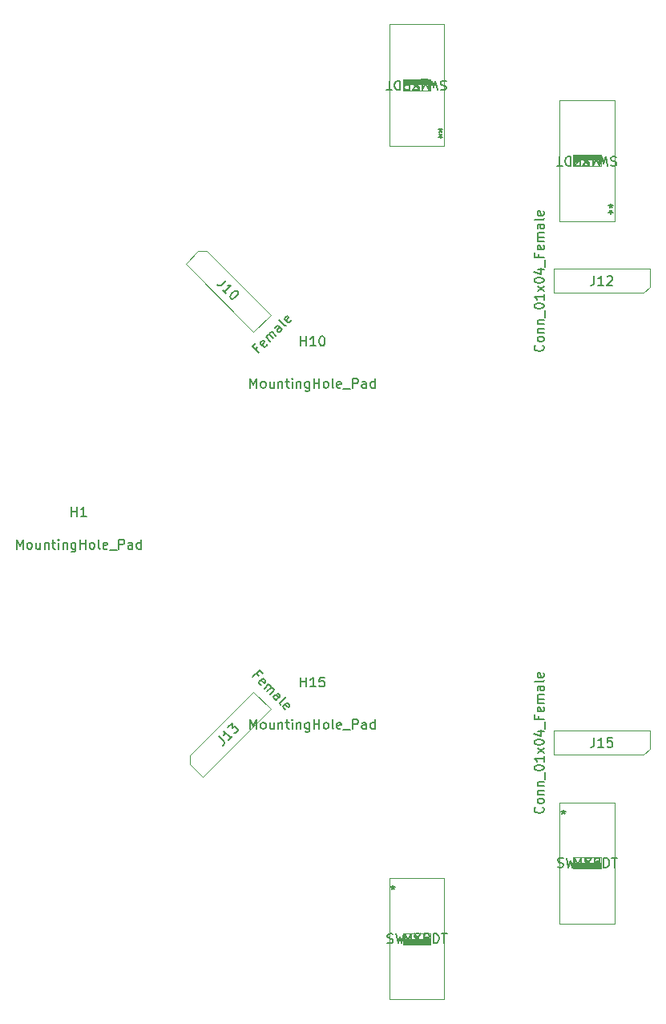
<source format=gbr>
G04 #@! TF.GenerationSoftware,KiCad,Pcbnew,9.0.2*
G04 #@! TF.CreationDate,2025-09-26T14:34:01-04:00*
G04 #@! TF.ProjectId,Trackball,54726163-6b62-4616-9c6c-2e6b69636164,rev?*
G04 #@! TF.SameCoordinates,Original*
G04 #@! TF.FileFunction,AssemblyDrawing,Top*
%FSLAX46Y46*%
G04 Gerber Fmt 4.6, Leading zero omitted, Abs format (unit mm)*
G04 Created by KiCad (PCBNEW 9.0.2) date 2025-09-26 14:34:01*
%MOMM*%
%LPD*%
G01*
G04 APERTURE LIST*
%ADD10C,0.150000*%
%ADD11C,0.025400*%
%ADD12C,0.000000*%
%ADD13C,0.100000*%
G04 APERTURE END LIST*
D10*
X241495237Y-44112800D02*
X241352380Y-44065180D01*
X241352380Y-44065180D02*
X241114285Y-44065180D01*
X241114285Y-44065180D02*
X241019047Y-44112800D01*
X241019047Y-44112800D02*
X240971428Y-44160419D01*
X240971428Y-44160419D02*
X240923809Y-44255657D01*
X240923809Y-44255657D02*
X240923809Y-44350895D01*
X240923809Y-44350895D02*
X240971428Y-44446133D01*
X240971428Y-44446133D02*
X241019047Y-44493752D01*
X241019047Y-44493752D02*
X241114285Y-44541371D01*
X241114285Y-44541371D02*
X241304761Y-44588990D01*
X241304761Y-44588990D02*
X241399999Y-44636609D01*
X241399999Y-44636609D02*
X241447618Y-44684228D01*
X241447618Y-44684228D02*
X241495237Y-44779466D01*
X241495237Y-44779466D02*
X241495237Y-44874704D01*
X241495237Y-44874704D02*
X241447618Y-44969942D01*
X241447618Y-44969942D02*
X241399999Y-45017561D01*
X241399999Y-45017561D02*
X241304761Y-45065180D01*
X241304761Y-45065180D02*
X241066666Y-45065180D01*
X241066666Y-45065180D02*
X240923809Y-45017561D01*
X240590475Y-45065180D02*
X240352380Y-44065180D01*
X240352380Y-44065180D02*
X240161904Y-44779466D01*
X240161904Y-44779466D02*
X239971428Y-44065180D01*
X239971428Y-44065180D02*
X239733333Y-45065180D01*
X239590476Y-43969942D02*
X238828571Y-43969942D01*
X238638094Y-44112800D02*
X238495237Y-44065180D01*
X238495237Y-44065180D02*
X238257142Y-44065180D01*
X238257142Y-44065180D02*
X238161904Y-44112800D01*
X238161904Y-44112800D02*
X238114285Y-44160419D01*
X238114285Y-44160419D02*
X238066666Y-44255657D01*
X238066666Y-44255657D02*
X238066666Y-44350895D01*
X238066666Y-44350895D02*
X238114285Y-44446133D01*
X238114285Y-44446133D02*
X238161904Y-44493752D01*
X238161904Y-44493752D02*
X238257142Y-44541371D01*
X238257142Y-44541371D02*
X238447618Y-44588990D01*
X238447618Y-44588990D02*
X238542856Y-44636609D01*
X238542856Y-44636609D02*
X238590475Y-44684228D01*
X238590475Y-44684228D02*
X238638094Y-44779466D01*
X238638094Y-44779466D02*
X238638094Y-44874704D01*
X238638094Y-44874704D02*
X238590475Y-44969942D01*
X238590475Y-44969942D02*
X238542856Y-45017561D01*
X238542856Y-45017561D02*
X238447618Y-45065180D01*
X238447618Y-45065180D02*
X238209523Y-45065180D01*
X238209523Y-45065180D02*
X238066666Y-45017561D01*
X237638094Y-44065180D02*
X237638094Y-45065180D01*
X237638094Y-45065180D02*
X237257142Y-45065180D01*
X237257142Y-45065180D02*
X237161904Y-45017561D01*
X237161904Y-45017561D02*
X237114285Y-44969942D01*
X237114285Y-44969942D02*
X237066666Y-44874704D01*
X237066666Y-44874704D02*
X237066666Y-44731847D01*
X237066666Y-44731847D02*
X237114285Y-44636609D01*
X237114285Y-44636609D02*
X237161904Y-44588990D01*
X237161904Y-44588990D02*
X237257142Y-44541371D01*
X237257142Y-44541371D02*
X237638094Y-44541371D01*
X236638094Y-44065180D02*
X236638094Y-45065180D01*
X236638094Y-45065180D02*
X236399999Y-45065180D01*
X236399999Y-45065180D02*
X236257142Y-45017561D01*
X236257142Y-45017561D02*
X236161904Y-44922323D01*
X236161904Y-44922323D02*
X236114285Y-44827085D01*
X236114285Y-44827085D02*
X236066666Y-44636609D01*
X236066666Y-44636609D02*
X236066666Y-44493752D01*
X236066666Y-44493752D02*
X236114285Y-44303276D01*
X236114285Y-44303276D02*
X236161904Y-44208038D01*
X236161904Y-44208038D02*
X236257142Y-44112800D01*
X236257142Y-44112800D02*
X236399999Y-44065180D01*
X236399999Y-44065180D02*
X236638094Y-44065180D01*
X235780951Y-45065180D02*
X235209523Y-45065180D01*
X235495237Y-44065180D02*
X235495237Y-45065180D01*
X239685713Y-44065180D02*
X239685713Y-45065180D01*
X239685713Y-45065180D02*
X239352380Y-44350895D01*
X239352380Y-44350895D02*
X239019047Y-45065180D01*
X239019047Y-45065180D02*
X239019047Y-44065180D01*
X238638094Y-45065180D02*
X237971428Y-44065180D01*
X237971428Y-45065180D02*
X238638094Y-44065180D01*
X237685713Y-45065180D02*
X237066666Y-45065180D01*
X237066666Y-45065180D02*
X237399999Y-44684228D01*
X237399999Y-44684228D02*
X237257142Y-44684228D01*
X237257142Y-44684228D02*
X237161904Y-44636609D01*
X237161904Y-44636609D02*
X237114285Y-44588990D01*
X237114285Y-44588990D02*
X237066666Y-44493752D01*
X237066666Y-44493752D02*
X237066666Y-44255657D01*
X237066666Y-44255657D02*
X237114285Y-44160419D01*
X237114285Y-44160419D02*
X237161904Y-44112800D01*
X237161904Y-44112800D02*
X237257142Y-44065180D01*
X237257142Y-44065180D02*
X237542856Y-44065180D01*
X237542856Y-44065180D02*
X237638094Y-44112800D01*
X237638094Y-44112800D02*
X237685713Y-44160419D01*
X240914599Y-50145180D02*
X240914599Y-49907085D01*
X241152694Y-50002323D02*
X240914599Y-49907085D01*
X240914599Y-49907085D02*
X240676504Y-50002323D01*
X241057456Y-49716609D02*
X240914599Y-49907085D01*
X240914599Y-49907085D02*
X240771742Y-49716609D01*
X240914600Y-49054819D02*
X240914600Y-49292914D01*
X240676505Y-49197676D02*
X240914600Y-49292914D01*
X240914600Y-49292914D02*
X241152695Y-49197676D01*
X240771743Y-49483390D02*
X240914600Y-49292914D01*
X240914600Y-49292914D02*
X241057457Y-49483390D01*
X223495237Y-36112800D02*
X223352380Y-36065180D01*
X223352380Y-36065180D02*
X223114285Y-36065180D01*
X223114285Y-36065180D02*
X223019047Y-36112800D01*
X223019047Y-36112800D02*
X222971428Y-36160419D01*
X222971428Y-36160419D02*
X222923809Y-36255657D01*
X222923809Y-36255657D02*
X222923809Y-36350895D01*
X222923809Y-36350895D02*
X222971428Y-36446133D01*
X222971428Y-36446133D02*
X223019047Y-36493752D01*
X223019047Y-36493752D02*
X223114285Y-36541371D01*
X223114285Y-36541371D02*
X223304761Y-36588990D01*
X223304761Y-36588990D02*
X223399999Y-36636609D01*
X223399999Y-36636609D02*
X223447618Y-36684228D01*
X223447618Y-36684228D02*
X223495237Y-36779466D01*
X223495237Y-36779466D02*
X223495237Y-36874704D01*
X223495237Y-36874704D02*
X223447618Y-36969942D01*
X223447618Y-36969942D02*
X223399999Y-37017561D01*
X223399999Y-37017561D02*
X223304761Y-37065180D01*
X223304761Y-37065180D02*
X223066666Y-37065180D01*
X223066666Y-37065180D02*
X222923809Y-37017561D01*
X222590475Y-37065180D02*
X222352380Y-36065180D01*
X222352380Y-36065180D02*
X222161904Y-36779466D01*
X222161904Y-36779466D02*
X221971428Y-36065180D01*
X221971428Y-36065180D02*
X221733333Y-37065180D01*
X221590476Y-35969942D02*
X220828571Y-35969942D01*
X220638094Y-36112800D02*
X220495237Y-36065180D01*
X220495237Y-36065180D02*
X220257142Y-36065180D01*
X220257142Y-36065180D02*
X220161904Y-36112800D01*
X220161904Y-36112800D02*
X220114285Y-36160419D01*
X220114285Y-36160419D02*
X220066666Y-36255657D01*
X220066666Y-36255657D02*
X220066666Y-36350895D01*
X220066666Y-36350895D02*
X220114285Y-36446133D01*
X220114285Y-36446133D02*
X220161904Y-36493752D01*
X220161904Y-36493752D02*
X220257142Y-36541371D01*
X220257142Y-36541371D02*
X220447618Y-36588990D01*
X220447618Y-36588990D02*
X220542856Y-36636609D01*
X220542856Y-36636609D02*
X220590475Y-36684228D01*
X220590475Y-36684228D02*
X220638094Y-36779466D01*
X220638094Y-36779466D02*
X220638094Y-36874704D01*
X220638094Y-36874704D02*
X220590475Y-36969942D01*
X220590475Y-36969942D02*
X220542856Y-37017561D01*
X220542856Y-37017561D02*
X220447618Y-37065180D01*
X220447618Y-37065180D02*
X220209523Y-37065180D01*
X220209523Y-37065180D02*
X220066666Y-37017561D01*
X219638094Y-36065180D02*
X219638094Y-37065180D01*
X219638094Y-37065180D02*
X219257142Y-37065180D01*
X219257142Y-37065180D02*
X219161904Y-37017561D01*
X219161904Y-37017561D02*
X219114285Y-36969942D01*
X219114285Y-36969942D02*
X219066666Y-36874704D01*
X219066666Y-36874704D02*
X219066666Y-36731847D01*
X219066666Y-36731847D02*
X219114285Y-36636609D01*
X219114285Y-36636609D02*
X219161904Y-36588990D01*
X219161904Y-36588990D02*
X219257142Y-36541371D01*
X219257142Y-36541371D02*
X219638094Y-36541371D01*
X218638094Y-36065180D02*
X218638094Y-37065180D01*
X218638094Y-37065180D02*
X218399999Y-37065180D01*
X218399999Y-37065180D02*
X218257142Y-37017561D01*
X218257142Y-37017561D02*
X218161904Y-36922323D01*
X218161904Y-36922323D02*
X218114285Y-36827085D01*
X218114285Y-36827085D02*
X218066666Y-36636609D01*
X218066666Y-36636609D02*
X218066666Y-36493752D01*
X218066666Y-36493752D02*
X218114285Y-36303276D01*
X218114285Y-36303276D02*
X218161904Y-36208038D01*
X218161904Y-36208038D02*
X218257142Y-36112800D01*
X218257142Y-36112800D02*
X218399999Y-36065180D01*
X218399999Y-36065180D02*
X218638094Y-36065180D01*
X217780951Y-37065180D02*
X217209523Y-37065180D01*
X217495237Y-36065180D02*
X217495237Y-37065180D01*
X222914600Y-41054819D02*
X222914600Y-41292914D01*
X222676505Y-41197676D02*
X222914600Y-41292914D01*
X222914600Y-41292914D02*
X223152695Y-41197676D01*
X222771743Y-41483390D02*
X222914600Y-41292914D01*
X222914600Y-41292914D02*
X223057457Y-41483390D01*
X222914599Y-42145180D02*
X222914599Y-41907085D01*
X223152694Y-42002323D02*
X222914599Y-41907085D01*
X222914599Y-41907085D02*
X222676504Y-42002323D01*
X223057456Y-41716609D02*
X222914599Y-41907085D01*
X222914599Y-41907085D02*
X222771742Y-41716609D01*
X221685713Y-36065180D02*
X221685713Y-37065180D01*
X221685713Y-37065180D02*
X221352380Y-36350895D01*
X221352380Y-36350895D02*
X221019047Y-37065180D01*
X221019047Y-37065180D02*
X221019047Y-36065180D01*
X220638094Y-37065180D02*
X219971428Y-36065180D01*
X219971428Y-37065180D02*
X220638094Y-36065180D01*
X219638094Y-36969942D02*
X219590475Y-37017561D01*
X219590475Y-37017561D02*
X219495237Y-37065180D01*
X219495237Y-37065180D02*
X219257142Y-37065180D01*
X219257142Y-37065180D02*
X219161904Y-37017561D01*
X219161904Y-37017561D02*
X219114285Y-36969942D01*
X219114285Y-36969942D02*
X219066666Y-36874704D01*
X219066666Y-36874704D02*
X219066666Y-36779466D01*
X219066666Y-36779466D02*
X219114285Y-36636609D01*
X219114285Y-36636609D02*
X219685713Y-36065180D01*
X219685713Y-36065180D02*
X219066666Y-36065180D01*
X202828571Y-68504819D02*
X202828571Y-67504819D01*
X202828571Y-67504819D02*
X203161904Y-68219104D01*
X203161904Y-68219104D02*
X203495237Y-67504819D01*
X203495237Y-67504819D02*
X203495237Y-68504819D01*
X204114285Y-68504819D02*
X204019047Y-68457200D01*
X204019047Y-68457200D02*
X203971428Y-68409580D01*
X203971428Y-68409580D02*
X203923809Y-68314342D01*
X203923809Y-68314342D02*
X203923809Y-68028628D01*
X203923809Y-68028628D02*
X203971428Y-67933390D01*
X203971428Y-67933390D02*
X204019047Y-67885771D01*
X204019047Y-67885771D02*
X204114285Y-67838152D01*
X204114285Y-67838152D02*
X204257142Y-67838152D01*
X204257142Y-67838152D02*
X204352380Y-67885771D01*
X204352380Y-67885771D02*
X204399999Y-67933390D01*
X204399999Y-67933390D02*
X204447618Y-68028628D01*
X204447618Y-68028628D02*
X204447618Y-68314342D01*
X204447618Y-68314342D02*
X204399999Y-68409580D01*
X204399999Y-68409580D02*
X204352380Y-68457200D01*
X204352380Y-68457200D02*
X204257142Y-68504819D01*
X204257142Y-68504819D02*
X204114285Y-68504819D01*
X205304761Y-67838152D02*
X205304761Y-68504819D01*
X204876190Y-67838152D02*
X204876190Y-68361961D01*
X204876190Y-68361961D02*
X204923809Y-68457200D01*
X204923809Y-68457200D02*
X205019047Y-68504819D01*
X205019047Y-68504819D02*
X205161904Y-68504819D01*
X205161904Y-68504819D02*
X205257142Y-68457200D01*
X205257142Y-68457200D02*
X205304761Y-68409580D01*
X205780952Y-67838152D02*
X205780952Y-68504819D01*
X205780952Y-67933390D02*
X205828571Y-67885771D01*
X205828571Y-67885771D02*
X205923809Y-67838152D01*
X205923809Y-67838152D02*
X206066666Y-67838152D01*
X206066666Y-67838152D02*
X206161904Y-67885771D01*
X206161904Y-67885771D02*
X206209523Y-67981009D01*
X206209523Y-67981009D02*
X206209523Y-68504819D01*
X206542857Y-67838152D02*
X206923809Y-67838152D01*
X206685714Y-67504819D02*
X206685714Y-68361961D01*
X206685714Y-68361961D02*
X206733333Y-68457200D01*
X206733333Y-68457200D02*
X206828571Y-68504819D01*
X206828571Y-68504819D02*
X206923809Y-68504819D01*
X207257143Y-68504819D02*
X207257143Y-67838152D01*
X207257143Y-67504819D02*
X207209524Y-67552438D01*
X207209524Y-67552438D02*
X207257143Y-67600057D01*
X207257143Y-67600057D02*
X207304762Y-67552438D01*
X207304762Y-67552438D02*
X207257143Y-67504819D01*
X207257143Y-67504819D02*
X207257143Y-67600057D01*
X207733333Y-67838152D02*
X207733333Y-68504819D01*
X207733333Y-67933390D02*
X207780952Y-67885771D01*
X207780952Y-67885771D02*
X207876190Y-67838152D01*
X207876190Y-67838152D02*
X208019047Y-67838152D01*
X208019047Y-67838152D02*
X208114285Y-67885771D01*
X208114285Y-67885771D02*
X208161904Y-67981009D01*
X208161904Y-67981009D02*
X208161904Y-68504819D01*
X209066666Y-67838152D02*
X209066666Y-68647676D01*
X209066666Y-68647676D02*
X209019047Y-68742914D01*
X209019047Y-68742914D02*
X208971428Y-68790533D01*
X208971428Y-68790533D02*
X208876190Y-68838152D01*
X208876190Y-68838152D02*
X208733333Y-68838152D01*
X208733333Y-68838152D02*
X208638095Y-68790533D01*
X209066666Y-68457200D02*
X208971428Y-68504819D01*
X208971428Y-68504819D02*
X208780952Y-68504819D01*
X208780952Y-68504819D02*
X208685714Y-68457200D01*
X208685714Y-68457200D02*
X208638095Y-68409580D01*
X208638095Y-68409580D02*
X208590476Y-68314342D01*
X208590476Y-68314342D02*
X208590476Y-68028628D01*
X208590476Y-68028628D02*
X208638095Y-67933390D01*
X208638095Y-67933390D02*
X208685714Y-67885771D01*
X208685714Y-67885771D02*
X208780952Y-67838152D01*
X208780952Y-67838152D02*
X208971428Y-67838152D01*
X208971428Y-67838152D02*
X209066666Y-67885771D01*
X209542857Y-68504819D02*
X209542857Y-67504819D01*
X209542857Y-67981009D02*
X210114285Y-67981009D01*
X210114285Y-68504819D02*
X210114285Y-67504819D01*
X210733333Y-68504819D02*
X210638095Y-68457200D01*
X210638095Y-68457200D02*
X210590476Y-68409580D01*
X210590476Y-68409580D02*
X210542857Y-68314342D01*
X210542857Y-68314342D02*
X210542857Y-68028628D01*
X210542857Y-68028628D02*
X210590476Y-67933390D01*
X210590476Y-67933390D02*
X210638095Y-67885771D01*
X210638095Y-67885771D02*
X210733333Y-67838152D01*
X210733333Y-67838152D02*
X210876190Y-67838152D01*
X210876190Y-67838152D02*
X210971428Y-67885771D01*
X210971428Y-67885771D02*
X211019047Y-67933390D01*
X211019047Y-67933390D02*
X211066666Y-68028628D01*
X211066666Y-68028628D02*
X211066666Y-68314342D01*
X211066666Y-68314342D02*
X211019047Y-68409580D01*
X211019047Y-68409580D02*
X210971428Y-68457200D01*
X210971428Y-68457200D02*
X210876190Y-68504819D01*
X210876190Y-68504819D02*
X210733333Y-68504819D01*
X211638095Y-68504819D02*
X211542857Y-68457200D01*
X211542857Y-68457200D02*
X211495238Y-68361961D01*
X211495238Y-68361961D02*
X211495238Y-67504819D01*
X212400000Y-68457200D02*
X212304762Y-68504819D01*
X212304762Y-68504819D02*
X212114286Y-68504819D01*
X212114286Y-68504819D02*
X212019048Y-68457200D01*
X212019048Y-68457200D02*
X211971429Y-68361961D01*
X211971429Y-68361961D02*
X211971429Y-67981009D01*
X211971429Y-67981009D02*
X212019048Y-67885771D01*
X212019048Y-67885771D02*
X212114286Y-67838152D01*
X212114286Y-67838152D02*
X212304762Y-67838152D01*
X212304762Y-67838152D02*
X212400000Y-67885771D01*
X212400000Y-67885771D02*
X212447619Y-67981009D01*
X212447619Y-67981009D02*
X212447619Y-68076247D01*
X212447619Y-68076247D02*
X211971429Y-68171485D01*
X212638096Y-68600057D02*
X213400000Y-68600057D01*
X213638096Y-68504819D02*
X213638096Y-67504819D01*
X213638096Y-67504819D02*
X214019048Y-67504819D01*
X214019048Y-67504819D02*
X214114286Y-67552438D01*
X214114286Y-67552438D02*
X214161905Y-67600057D01*
X214161905Y-67600057D02*
X214209524Y-67695295D01*
X214209524Y-67695295D02*
X214209524Y-67838152D01*
X214209524Y-67838152D02*
X214161905Y-67933390D01*
X214161905Y-67933390D02*
X214114286Y-67981009D01*
X214114286Y-67981009D02*
X214019048Y-68028628D01*
X214019048Y-68028628D02*
X213638096Y-68028628D01*
X215066667Y-68504819D02*
X215066667Y-67981009D01*
X215066667Y-67981009D02*
X215019048Y-67885771D01*
X215019048Y-67885771D02*
X214923810Y-67838152D01*
X214923810Y-67838152D02*
X214733334Y-67838152D01*
X214733334Y-67838152D02*
X214638096Y-67885771D01*
X215066667Y-68457200D02*
X214971429Y-68504819D01*
X214971429Y-68504819D02*
X214733334Y-68504819D01*
X214733334Y-68504819D02*
X214638096Y-68457200D01*
X214638096Y-68457200D02*
X214590477Y-68361961D01*
X214590477Y-68361961D02*
X214590477Y-68266723D01*
X214590477Y-68266723D02*
X214638096Y-68171485D01*
X214638096Y-68171485D02*
X214733334Y-68123866D01*
X214733334Y-68123866D02*
X214971429Y-68123866D01*
X214971429Y-68123866D02*
X215066667Y-68076247D01*
X215971429Y-68504819D02*
X215971429Y-67504819D01*
X215971429Y-68457200D02*
X215876191Y-68504819D01*
X215876191Y-68504819D02*
X215685715Y-68504819D01*
X215685715Y-68504819D02*
X215590477Y-68457200D01*
X215590477Y-68457200D02*
X215542858Y-68409580D01*
X215542858Y-68409580D02*
X215495239Y-68314342D01*
X215495239Y-68314342D02*
X215495239Y-68028628D01*
X215495239Y-68028628D02*
X215542858Y-67933390D01*
X215542858Y-67933390D02*
X215590477Y-67885771D01*
X215590477Y-67885771D02*
X215685715Y-67838152D01*
X215685715Y-67838152D02*
X215876191Y-67838152D01*
X215876191Y-67838152D02*
X215971429Y-67885771D01*
X208161905Y-64054819D02*
X208161905Y-63054819D01*
X208161905Y-63531009D02*
X208733333Y-63531009D01*
X208733333Y-64054819D02*
X208733333Y-63054819D01*
X209733333Y-64054819D02*
X209161905Y-64054819D01*
X209447619Y-64054819D02*
X209447619Y-63054819D01*
X209447619Y-63054819D02*
X209352381Y-63197676D01*
X209352381Y-63197676D02*
X209257143Y-63292914D01*
X209257143Y-63292914D02*
X209161905Y-63340533D01*
X210352381Y-63054819D02*
X210447619Y-63054819D01*
X210447619Y-63054819D02*
X210542857Y-63102438D01*
X210542857Y-63102438D02*
X210590476Y-63150057D01*
X210590476Y-63150057D02*
X210638095Y-63245295D01*
X210638095Y-63245295D02*
X210685714Y-63435771D01*
X210685714Y-63435771D02*
X210685714Y-63673866D01*
X210685714Y-63673866D02*
X210638095Y-63864342D01*
X210638095Y-63864342D02*
X210590476Y-63959580D01*
X210590476Y-63959580D02*
X210542857Y-64007200D01*
X210542857Y-64007200D02*
X210447619Y-64054819D01*
X210447619Y-64054819D02*
X210352381Y-64054819D01*
X210352381Y-64054819D02*
X210257143Y-64007200D01*
X210257143Y-64007200D02*
X210209524Y-63959580D01*
X210209524Y-63959580D02*
X210161905Y-63864342D01*
X210161905Y-63864342D02*
X210114286Y-63673866D01*
X210114286Y-63673866D02*
X210114286Y-63435771D01*
X210114286Y-63435771D02*
X210161905Y-63245295D01*
X210161905Y-63245295D02*
X210209524Y-63150057D01*
X210209524Y-63150057D02*
X210257143Y-63102438D01*
X210257143Y-63102438D02*
X210352381Y-63054819D01*
X233737580Y-112769715D02*
X233785200Y-112817334D01*
X233785200Y-112817334D02*
X233832819Y-112960191D01*
X233832819Y-112960191D02*
X233832819Y-113055429D01*
X233832819Y-113055429D02*
X233785200Y-113198286D01*
X233785200Y-113198286D02*
X233689961Y-113293524D01*
X233689961Y-113293524D02*
X233594723Y-113341143D01*
X233594723Y-113341143D02*
X233404247Y-113388762D01*
X233404247Y-113388762D02*
X233261390Y-113388762D01*
X233261390Y-113388762D02*
X233070914Y-113341143D01*
X233070914Y-113341143D02*
X232975676Y-113293524D01*
X232975676Y-113293524D02*
X232880438Y-113198286D01*
X232880438Y-113198286D02*
X232832819Y-113055429D01*
X232832819Y-113055429D02*
X232832819Y-112960191D01*
X232832819Y-112960191D02*
X232880438Y-112817334D01*
X232880438Y-112817334D02*
X232928057Y-112769715D01*
X233832819Y-112198286D02*
X233785200Y-112293524D01*
X233785200Y-112293524D02*
X233737580Y-112341143D01*
X233737580Y-112341143D02*
X233642342Y-112388762D01*
X233642342Y-112388762D02*
X233356628Y-112388762D01*
X233356628Y-112388762D02*
X233261390Y-112341143D01*
X233261390Y-112341143D02*
X233213771Y-112293524D01*
X233213771Y-112293524D02*
X233166152Y-112198286D01*
X233166152Y-112198286D02*
X233166152Y-112055429D01*
X233166152Y-112055429D02*
X233213771Y-111960191D01*
X233213771Y-111960191D02*
X233261390Y-111912572D01*
X233261390Y-111912572D02*
X233356628Y-111864953D01*
X233356628Y-111864953D02*
X233642342Y-111864953D01*
X233642342Y-111864953D02*
X233737580Y-111912572D01*
X233737580Y-111912572D02*
X233785200Y-111960191D01*
X233785200Y-111960191D02*
X233832819Y-112055429D01*
X233832819Y-112055429D02*
X233832819Y-112198286D01*
X233166152Y-111436381D02*
X233832819Y-111436381D01*
X233261390Y-111436381D02*
X233213771Y-111388762D01*
X233213771Y-111388762D02*
X233166152Y-111293524D01*
X233166152Y-111293524D02*
X233166152Y-111150667D01*
X233166152Y-111150667D02*
X233213771Y-111055429D01*
X233213771Y-111055429D02*
X233309009Y-111007810D01*
X233309009Y-111007810D02*
X233832819Y-111007810D01*
X233166152Y-110531619D02*
X233832819Y-110531619D01*
X233261390Y-110531619D02*
X233213771Y-110484000D01*
X233213771Y-110484000D02*
X233166152Y-110388762D01*
X233166152Y-110388762D02*
X233166152Y-110245905D01*
X233166152Y-110245905D02*
X233213771Y-110150667D01*
X233213771Y-110150667D02*
X233309009Y-110103048D01*
X233309009Y-110103048D02*
X233832819Y-110103048D01*
X233928057Y-109864953D02*
X233928057Y-109103048D01*
X232832819Y-108674476D02*
X232832819Y-108579238D01*
X232832819Y-108579238D02*
X232880438Y-108484000D01*
X232880438Y-108484000D02*
X232928057Y-108436381D01*
X232928057Y-108436381D02*
X233023295Y-108388762D01*
X233023295Y-108388762D02*
X233213771Y-108341143D01*
X233213771Y-108341143D02*
X233451866Y-108341143D01*
X233451866Y-108341143D02*
X233642342Y-108388762D01*
X233642342Y-108388762D02*
X233737580Y-108436381D01*
X233737580Y-108436381D02*
X233785200Y-108484000D01*
X233785200Y-108484000D02*
X233832819Y-108579238D01*
X233832819Y-108579238D02*
X233832819Y-108674476D01*
X233832819Y-108674476D02*
X233785200Y-108769714D01*
X233785200Y-108769714D02*
X233737580Y-108817333D01*
X233737580Y-108817333D02*
X233642342Y-108864952D01*
X233642342Y-108864952D02*
X233451866Y-108912571D01*
X233451866Y-108912571D02*
X233213771Y-108912571D01*
X233213771Y-108912571D02*
X233023295Y-108864952D01*
X233023295Y-108864952D02*
X232928057Y-108817333D01*
X232928057Y-108817333D02*
X232880438Y-108769714D01*
X232880438Y-108769714D02*
X232832819Y-108674476D01*
X233832819Y-107388762D02*
X233832819Y-107960190D01*
X233832819Y-107674476D02*
X232832819Y-107674476D01*
X232832819Y-107674476D02*
X232975676Y-107769714D01*
X232975676Y-107769714D02*
X233070914Y-107864952D01*
X233070914Y-107864952D02*
X233118533Y-107960190D01*
X233832819Y-107055428D02*
X233166152Y-106531619D01*
X233166152Y-107055428D02*
X233832819Y-106531619D01*
X232832819Y-105960190D02*
X232832819Y-105864952D01*
X232832819Y-105864952D02*
X232880438Y-105769714D01*
X232880438Y-105769714D02*
X232928057Y-105722095D01*
X232928057Y-105722095D02*
X233023295Y-105674476D01*
X233023295Y-105674476D02*
X233213771Y-105626857D01*
X233213771Y-105626857D02*
X233451866Y-105626857D01*
X233451866Y-105626857D02*
X233642342Y-105674476D01*
X233642342Y-105674476D02*
X233737580Y-105722095D01*
X233737580Y-105722095D02*
X233785200Y-105769714D01*
X233785200Y-105769714D02*
X233832819Y-105864952D01*
X233832819Y-105864952D02*
X233832819Y-105960190D01*
X233832819Y-105960190D02*
X233785200Y-106055428D01*
X233785200Y-106055428D02*
X233737580Y-106103047D01*
X233737580Y-106103047D02*
X233642342Y-106150666D01*
X233642342Y-106150666D02*
X233451866Y-106198285D01*
X233451866Y-106198285D02*
X233213771Y-106198285D01*
X233213771Y-106198285D02*
X233023295Y-106150666D01*
X233023295Y-106150666D02*
X232928057Y-106103047D01*
X232928057Y-106103047D02*
X232880438Y-106055428D01*
X232880438Y-106055428D02*
X232832819Y-105960190D01*
X233166152Y-104769714D02*
X233832819Y-104769714D01*
X232785200Y-105007809D02*
X233499485Y-105245904D01*
X233499485Y-105245904D02*
X233499485Y-104626857D01*
X233928057Y-104484000D02*
X233928057Y-103722095D01*
X233309009Y-103150666D02*
X233309009Y-103483999D01*
X233832819Y-103483999D02*
X232832819Y-103483999D01*
X232832819Y-103483999D02*
X232832819Y-103007809D01*
X233785200Y-102245904D02*
X233832819Y-102341142D01*
X233832819Y-102341142D02*
X233832819Y-102531618D01*
X233832819Y-102531618D02*
X233785200Y-102626856D01*
X233785200Y-102626856D02*
X233689961Y-102674475D01*
X233689961Y-102674475D02*
X233309009Y-102674475D01*
X233309009Y-102674475D02*
X233213771Y-102626856D01*
X233213771Y-102626856D02*
X233166152Y-102531618D01*
X233166152Y-102531618D02*
X233166152Y-102341142D01*
X233166152Y-102341142D02*
X233213771Y-102245904D01*
X233213771Y-102245904D02*
X233309009Y-102198285D01*
X233309009Y-102198285D02*
X233404247Y-102198285D01*
X233404247Y-102198285D02*
X233499485Y-102674475D01*
X233832819Y-101769713D02*
X233166152Y-101769713D01*
X233261390Y-101769713D02*
X233213771Y-101722094D01*
X233213771Y-101722094D02*
X233166152Y-101626856D01*
X233166152Y-101626856D02*
X233166152Y-101483999D01*
X233166152Y-101483999D02*
X233213771Y-101388761D01*
X233213771Y-101388761D02*
X233309009Y-101341142D01*
X233309009Y-101341142D02*
X233832819Y-101341142D01*
X233309009Y-101341142D02*
X233213771Y-101293523D01*
X233213771Y-101293523D02*
X233166152Y-101198285D01*
X233166152Y-101198285D02*
X233166152Y-101055428D01*
X233166152Y-101055428D02*
X233213771Y-100960189D01*
X233213771Y-100960189D02*
X233309009Y-100912570D01*
X233309009Y-100912570D02*
X233832819Y-100912570D01*
X233832819Y-100007809D02*
X233309009Y-100007809D01*
X233309009Y-100007809D02*
X233213771Y-100055428D01*
X233213771Y-100055428D02*
X233166152Y-100150666D01*
X233166152Y-100150666D02*
X233166152Y-100341142D01*
X233166152Y-100341142D02*
X233213771Y-100436380D01*
X233785200Y-100007809D02*
X233832819Y-100103047D01*
X233832819Y-100103047D02*
X233832819Y-100341142D01*
X233832819Y-100341142D02*
X233785200Y-100436380D01*
X233785200Y-100436380D02*
X233689961Y-100483999D01*
X233689961Y-100483999D02*
X233594723Y-100483999D01*
X233594723Y-100483999D02*
X233499485Y-100436380D01*
X233499485Y-100436380D02*
X233451866Y-100341142D01*
X233451866Y-100341142D02*
X233451866Y-100103047D01*
X233451866Y-100103047D02*
X233404247Y-100007809D01*
X233832819Y-99388761D02*
X233785200Y-99483999D01*
X233785200Y-99483999D02*
X233689961Y-99531618D01*
X233689961Y-99531618D02*
X232832819Y-99531618D01*
X233785200Y-98626856D02*
X233832819Y-98722094D01*
X233832819Y-98722094D02*
X233832819Y-98912570D01*
X233832819Y-98912570D02*
X233785200Y-99007808D01*
X233785200Y-99007808D02*
X233689961Y-99055427D01*
X233689961Y-99055427D02*
X233309009Y-99055427D01*
X233309009Y-99055427D02*
X233213771Y-99007808D01*
X233213771Y-99007808D02*
X233166152Y-98912570D01*
X233166152Y-98912570D02*
X233166152Y-98722094D01*
X233166152Y-98722094D02*
X233213771Y-98626856D01*
X233213771Y-98626856D02*
X233309009Y-98579237D01*
X233309009Y-98579237D02*
X233404247Y-98579237D01*
X233404247Y-98579237D02*
X233499485Y-99055427D01*
X239148476Y-105438819D02*
X239148476Y-106153104D01*
X239148476Y-106153104D02*
X239100857Y-106295961D01*
X239100857Y-106295961D02*
X239005619Y-106391200D01*
X239005619Y-106391200D02*
X238862762Y-106438819D01*
X238862762Y-106438819D02*
X238767524Y-106438819D01*
X240148476Y-106438819D02*
X239577048Y-106438819D01*
X239862762Y-106438819D02*
X239862762Y-105438819D01*
X239862762Y-105438819D02*
X239767524Y-105581676D01*
X239767524Y-105581676D02*
X239672286Y-105676914D01*
X239672286Y-105676914D02*
X239577048Y-105724533D01*
X241053238Y-105438819D02*
X240577048Y-105438819D01*
X240577048Y-105438819D02*
X240529429Y-105915009D01*
X240529429Y-105915009D02*
X240577048Y-105867390D01*
X240577048Y-105867390D02*
X240672286Y-105819771D01*
X240672286Y-105819771D02*
X240910381Y-105819771D01*
X240910381Y-105819771D02*
X241005619Y-105867390D01*
X241005619Y-105867390D02*
X241053238Y-105915009D01*
X241053238Y-105915009D02*
X241100857Y-106010247D01*
X241100857Y-106010247D02*
X241100857Y-106248342D01*
X241100857Y-106248342D02*
X241053238Y-106343580D01*
X241053238Y-106343580D02*
X241005619Y-106391200D01*
X241005619Y-106391200D02*
X240910381Y-106438819D01*
X240910381Y-106438819D02*
X240672286Y-106438819D01*
X240672286Y-106438819D02*
X240577048Y-106391200D01*
X240577048Y-106391200D02*
X240529429Y-106343580D01*
X217304762Y-127087200D02*
X217447619Y-127134819D01*
X217447619Y-127134819D02*
X217685714Y-127134819D01*
X217685714Y-127134819D02*
X217780952Y-127087200D01*
X217780952Y-127087200D02*
X217828571Y-127039580D01*
X217828571Y-127039580D02*
X217876190Y-126944342D01*
X217876190Y-126944342D02*
X217876190Y-126849104D01*
X217876190Y-126849104D02*
X217828571Y-126753866D01*
X217828571Y-126753866D02*
X217780952Y-126706247D01*
X217780952Y-126706247D02*
X217685714Y-126658628D01*
X217685714Y-126658628D02*
X217495238Y-126611009D01*
X217495238Y-126611009D02*
X217400000Y-126563390D01*
X217400000Y-126563390D02*
X217352381Y-126515771D01*
X217352381Y-126515771D02*
X217304762Y-126420533D01*
X217304762Y-126420533D02*
X217304762Y-126325295D01*
X217304762Y-126325295D02*
X217352381Y-126230057D01*
X217352381Y-126230057D02*
X217400000Y-126182438D01*
X217400000Y-126182438D02*
X217495238Y-126134819D01*
X217495238Y-126134819D02*
X217733333Y-126134819D01*
X217733333Y-126134819D02*
X217876190Y-126182438D01*
X218209524Y-126134819D02*
X218447619Y-127134819D01*
X218447619Y-127134819D02*
X218638095Y-126420533D01*
X218638095Y-126420533D02*
X218828571Y-127134819D01*
X218828571Y-127134819D02*
X219066667Y-126134819D01*
X219209524Y-127230057D02*
X219971428Y-127230057D01*
X220161905Y-127087200D02*
X220304762Y-127134819D01*
X220304762Y-127134819D02*
X220542857Y-127134819D01*
X220542857Y-127134819D02*
X220638095Y-127087200D01*
X220638095Y-127087200D02*
X220685714Y-127039580D01*
X220685714Y-127039580D02*
X220733333Y-126944342D01*
X220733333Y-126944342D02*
X220733333Y-126849104D01*
X220733333Y-126849104D02*
X220685714Y-126753866D01*
X220685714Y-126753866D02*
X220638095Y-126706247D01*
X220638095Y-126706247D02*
X220542857Y-126658628D01*
X220542857Y-126658628D02*
X220352381Y-126611009D01*
X220352381Y-126611009D02*
X220257143Y-126563390D01*
X220257143Y-126563390D02*
X220209524Y-126515771D01*
X220209524Y-126515771D02*
X220161905Y-126420533D01*
X220161905Y-126420533D02*
X220161905Y-126325295D01*
X220161905Y-126325295D02*
X220209524Y-126230057D01*
X220209524Y-126230057D02*
X220257143Y-126182438D01*
X220257143Y-126182438D02*
X220352381Y-126134819D01*
X220352381Y-126134819D02*
X220590476Y-126134819D01*
X220590476Y-126134819D02*
X220733333Y-126182438D01*
X221161905Y-127134819D02*
X221161905Y-126134819D01*
X221161905Y-126134819D02*
X221542857Y-126134819D01*
X221542857Y-126134819D02*
X221638095Y-126182438D01*
X221638095Y-126182438D02*
X221685714Y-126230057D01*
X221685714Y-126230057D02*
X221733333Y-126325295D01*
X221733333Y-126325295D02*
X221733333Y-126468152D01*
X221733333Y-126468152D02*
X221685714Y-126563390D01*
X221685714Y-126563390D02*
X221638095Y-126611009D01*
X221638095Y-126611009D02*
X221542857Y-126658628D01*
X221542857Y-126658628D02*
X221161905Y-126658628D01*
X222161905Y-127134819D02*
X222161905Y-126134819D01*
X222161905Y-126134819D02*
X222400000Y-126134819D01*
X222400000Y-126134819D02*
X222542857Y-126182438D01*
X222542857Y-126182438D02*
X222638095Y-126277676D01*
X222638095Y-126277676D02*
X222685714Y-126372914D01*
X222685714Y-126372914D02*
X222733333Y-126563390D01*
X222733333Y-126563390D02*
X222733333Y-126706247D01*
X222733333Y-126706247D02*
X222685714Y-126896723D01*
X222685714Y-126896723D02*
X222638095Y-126991961D01*
X222638095Y-126991961D02*
X222542857Y-127087200D01*
X222542857Y-127087200D02*
X222400000Y-127134819D01*
X222400000Y-127134819D02*
X222161905Y-127134819D01*
X223019048Y-126134819D02*
X223590476Y-126134819D01*
X223304762Y-127134819D02*
X223304762Y-126134819D01*
X217885400Y-121054819D02*
X217885400Y-121292914D01*
X217647305Y-121197676D02*
X217885400Y-121292914D01*
X217885400Y-121292914D02*
X218123495Y-121197676D01*
X217742543Y-121483390D02*
X217885400Y-121292914D01*
X217885400Y-121292914D02*
X218028257Y-121483390D01*
X217885400Y-121054819D02*
X217885400Y-121292914D01*
X217647305Y-121197676D02*
X217885400Y-121292914D01*
X217885400Y-121292914D02*
X218123495Y-121197676D01*
X217742543Y-121483390D02*
X217885400Y-121292914D01*
X217885400Y-121292914D02*
X218028257Y-121483390D01*
X219114286Y-127134819D02*
X219114286Y-126134819D01*
X219114286Y-126134819D02*
X219447619Y-126849104D01*
X219447619Y-126849104D02*
X219780952Y-126134819D01*
X219780952Y-126134819D02*
X219780952Y-127134819D01*
X220161905Y-126134819D02*
X220828571Y-127134819D01*
X220828571Y-126134819D02*
X220161905Y-127134819D01*
X221685714Y-126134819D02*
X221209524Y-126134819D01*
X221209524Y-126134819D02*
X221161905Y-126611009D01*
X221161905Y-126611009D02*
X221209524Y-126563390D01*
X221209524Y-126563390D02*
X221304762Y-126515771D01*
X221304762Y-126515771D02*
X221542857Y-126515771D01*
X221542857Y-126515771D02*
X221638095Y-126563390D01*
X221638095Y-126563390D02*
X221685714Y-126611009D01*
X221685714Y-126611009D02*
X221733333Y-126706247D01*
X221733333Y-126706247D02*
X221733333Y-126944342D01*
X221733333Y-126944342D02*
X221685714Y-127039580D01*
X221685714Y-127039580D02*
X221638095Y-127087200D01*
X221638095Y-127087200D02*
X221542857Y-127134819D01*
X221542857Y-127134819D02*
X221304762Y-127134819D01*
X221304762Y-127134819D02*
X221209524Y-127087200D01*
X221209524Y-127087200D02*
X221161905Y-127039580D01*
X233737580Y-64001715D02*
X233785200Y-64049334D01*
X233785200Y-64049334D02*
X233832819Y-64192191D01*
X233832819Y-64192191D02*
X233832819Y-64287429D01*
X233832819Y-64287429D02*
X233785200Y-64430286D01*
X233785200Y-64430286D02*
X233689961Y-64525524D01*
X233689961Y-64525524D02*
X233594723Y-64573143D01*
X233594723Y-64573143D02*
X233404247Y-64620762D01*
X233404247Y-64620762D02*
X233261390Y-64620762D01*
X233261390Y-64620762D02*
X233070914Y-64573143D01*
X233070914Y-64573143D02*
X232975676Y-64525524D01*
X232975676Y-64525524D02*
X232880438Y-64430286D01*
X232880438Y-64430286D02*
X232832819Y-64287429D01*
X232832819Y-64287429D02*
X232832819Y-64192191D01*
X232832819Y-64192191D02*
X232880438Y-64049334D01*
X232880438Y-64049334D02*
X232928057Y-64001715D01*
X233832819Y-63430286D02*
X233785200Y-63525524D01*
X233785200Y-63525524D02*
X233737580Y-63573143D01*
X233737580Y-63573143D02*
X233642342Y-63620762D01*
X233642342Y-63620762D02*
X233356628Y-63620762D01*
X233356628Y-63620762D02*
X233261390Y-63573143D01*
X233261390Y-63573143D02*
X233213771Y-63525524D01*
X233213771Y-63525524D02*
X233166152Y-63430286D01*
X233166152Y-63430286D02*
X233166152Y-63287429D01*
X233166152Y-63287429D02*
X233213771Y-63192191D01*
X233213771Y-63192191D02*
X233261390Y-63144572D01*
X233261390Y-63144572D02*
X233356628Y-63096953D01*
X233356628Y-63096953D02*
X233642342Y-63096953D01*
X233642342Y-63096953D02*
X233737580Y-63144572D01*
X233737580Y-63144572D02*
X233785200Y-63192191D01*
X233785200Y-63192191D02*
X233832819Y-63287429D01*
X233832819Y-63287429D02*
X233832819Y-63430286D01*
X233166152Y-62668381D02*
X233832819Y-62668381D01*
X233261390Y-62668381D02*
X233213771Y-62620762D01*
X233213771Y-62620762D02*
X233166152Y-62525524D01*
X233166152Y-62525524D02*
X233166152Y-62382667D01*
X233166152Y-62382667D02*
X233213771Y-62287429D01*
X233213771Y-62287429D02*
X233309009Y-62239810D01*
X233309009Y-62239810D02*
X233832819Y-62239810D01*
X233166152Y-61763619D02*
X233832819Y-61763619D01*
X233261390Y-61763619D02*
X233213771Y-61716000D01*
X233213771Y-61716000D02*
X233166152Y-61620762D01*
X233166152Y-61620762D02*
X233166152Y-61477905D01*
X233166152Y-61477905D02*
X233213771Y-61382667D01*
X233213771Y-61382667D02*
X233309009Y-61335048D01*
X233309009Y-61335048D02*
X233832819Y-61335048D01*
X233928057Y-61096953D02*
X233928057Y-60335048D01*
X232832819Y-59906476D02*
X232832819Y-59811238D01*
X232832819Y-59811238D02*
X232880438Y-59716000D01*
X232880438Y-59716000D02*
X232928057Y-59668381D01*
X232928057Y-59668381D02*
X233023295Y-59620762D01*
X233023295Y-59620762D02*
X233213771Y-59573143D01*
X233213771Y-59573143D02*
X233451866Y-59573143D01*
X233451866Y-59573143D02*
X233642342Y-59620762D01*
X233642342Y-59620762D02*
X233737580Y-59668381D01*
X233737580Y-59668381D02*
X233785200Y-59716000D01*
X233785200Y-59716000D02*
X233832819Y-59811238D01*
X233832819Y-59811238D02*
X233832819Y-59906476D01*
X233832819Y-59906476D02*
X233785200Y-60001714D01*
X233785200Y-60001714D02*
X233737580Y-60049333D01*
X233737580Y-60049333D02*
X233642342Y-60096952D01*
X233642342Y-60096952D02*
X233451866Y-60144571D01*
X233451866Y-60144571D02*
X233213771Y-60144571D01*
X233213771Y-60144571D02*
X233023295Y-60096952D01*
X233023295Y-60096952D02*
X232928057Y-60049333D01*
X232928057Y-60049333D02*
X232880438Y-60001714D01*
X232880438Y-60001714D02*
X232832819Y-59906476D01*
X233832819Y-58620762D02*
X233832819Y-59192190D01*
X233832819Y-58906476D02*
X232832819Y-58906476D01*
X232832819Y-58906476D02*
X232975676Y-59001714D01*
X232975676Y-59001714D02*
X233070914Y-59096952D01*
X233070914Y-59096952D02*
X233118533Y-59192190D01*
X233832819Y-58287428D02*
X233166152Y-57763619D01*
X233166152Y-58287428D02*
X233832819Y-57763619D01*
X232832819Y-57192190D02*
X232832819Y-57096952D01*
X232832819Y-57096952D02*
X232880438Y-57001714D01*
X232880438Y-57001714D02*
X232928057Y-56954095D01*
X232928057Y-56954095D02*
X233023295Y-56906476D01*
X233023295Y-56906476D02*
X233213771Y-56858857D01*
X233213771Y-56858857D02*
X233451866Y-56858857D01*
X233451866Y-56858857D02*
X233642342Y-56906476D01*
X233642342Y-56906476D02*
X233737580Y-56954095D01*
X233737580Y-56954095D02*
X233785200Y-57001714D01*
X233785200Y-57001714D02*
X233832819Y-57096952D01*
X233832819Y-57096952D02*
X233832819Y-57192190D01*
X233832819Y-57192190D02*
X233785200Y-57287428D01*
X233785200Y-57287428D02*
X233737580Y-57335047D01*
X233737580Y-57335047D02*
X233642342Y-57382666D01*
X233642342Y-57382666D02*
X233451866Y-57430285D01*
X233451866Y-57430285D02*
X233213771Y-57430285D01*
X233213771Y-57430285D02*
X233023295Y-57382666D01*
X233023295Y-57382666D02*
X232928057Y-57335047D01*
X232928057Y-57335047D02*
X232880438Y-57287428D01*
X232880438Y-57287428D02*
X232832819Y-57192190D01*
X233166152Y-56001714D02*
X233832819Y-56001714D01*
X232785200Y-56239809D02*
X233499485Y-56477904D01*
X233499485Y-56477904D02*
X233499485Y-55858857D01*
X233928057Y-55716000D02*
X233928057Y-54954095D01*
X233309009Y-54382666D02*
X233309009Y-54715999D01*
X233832819Y-54715999D02*
X232832819Y-54715999D01*
X232832819Y-54715999D02*
X232832819Y-54239809D01*
X233785200Y-53477904D02*
X233832819Y-53573142D01*
X233832819Y-53573142D02*
X233832819Y-53763618D01*
X233832819Y-53763618D02*
X233785200Y-53858856D01*
X233785200Y-53858856D02*
X233689961Y-53906475D01*
X233689961Y-53906475D02*
X233309009Y-53906475D01*
X233309009Y-53906475D02*
X233213771Y-53858856D01*
X233213771Y-53858856D02*
X233166152Y-53763618D01*
X233166152Y-53763618D02*
X233166152Y-53573142D01*
X233166152Y-53573142D02*
X233213771Y-53477904D01*
X233213771Y-53477904D02*
X233309009Y-53430285D01*
X233309009Y-53430285D02*
X233404247Y-53430285D01*
X233404247Y-53430285D02*
X233499485Y-53906475D01*
X233832819Y-53001713D02*
X233166152Y-53001713D01*
X233261390Y-53001713D02*
X233213771Y-52954094D01*
X233213771Y-52954094D02*
X233166152Y-52858856D01*
X233166152Y-52858856D02*
X233166152Y-52715999D01*
X233166152Y-52715999D02*
X233213771Y-52620761D01*
X233213771Y-52620761D02*
X233309009Y-52573142D01*
X233309009Y-52573142D02*
X233832819Y-52573142D01*
X233309009Y-52573142D02*
X233213771Y-52525523D01*
X233213771Y-52525523D02*
X233166152Y-52430285D01*
X233166152Y-52430285D02*
X233166152Y-52287428D01*
X233166152Y-52287428D02*
X233213771Y-52192189D01*
X233213771Y-52192189D02*
X233309009Y-52144570D01*
X233309009Y-52144570D02*
X233832819Y-52144570D01*
X233832819Y-51239809D02*
X233309009Y-51239809D01*
X233309009Y-51239809D02*
X233213771Y-51287428D01*
X233213771Y-51287428D02*
X233166152Y-51382666D01*
X233166152Y-51382666D02*
X233166152Y-51573142D01*
X233166152Y-51573142D02*
X233213771Y-51668380D01*
X233785200Y-51239809D02*
X233832819Y-51335047D01*
X233832819Y-51335047D02*
X233832819Y-51573142D01*
X233832819Y-51573142D02*
X233785200Y-51668380D01*
X233785200Y-51668380D02*
X233689961Y-51715999D01*
X233689961Y-51715999D02*
X233594723Y-51715999D01*
X233594723Y-51715999D02*
X233499485Y-51668380D01*
X233499485Y-51668380D02*
X233451866Y-51573142D01*
X233451866Y-51573142D02*
X233451866Y-51335047D01*
X233451866Y-51335047D02*
X233404247Y-51239809D01*
X233832819Y-50620761D02*
X233785200Y-50715999D01*
X233785200Y-50715999D02*
X233689961Y-50763618D01*
X233689961Y-50763618D02*
X232832819Y-50763618D01*
X233785200Y-49858856D02*
X233832819Y-49954094D01*
X233832819Y-49954094D02*
X233832819Y-50144570D01*
X233832819Y-50144570D02*
X233785200Y-50239808D01*
X233785200Y-50239808D02*
X233689961Y-50287427D01*
X233689961Y-50287427D02*
X233309009Y-50287427D01*
X233309009Y-50287427D02*
X233213771Y-50239808D01*
X233213771Y-50239808D02*
X233166152Y-50144570D01*
X233166152Y-50144570D02*
X233166152Y-49954094D01*
X233166152Y-49954094D02*
X233213771Y-49858856D01*
X233213771Y-49858856D02*
X233309009Y-49811237D01*
X233309009Y-49811237D02*
X233404247Y-49811237D01*
X233404247Y-49811237D02*
X233499485Y-50287427D01*
X239148476Y-56670819D02*
X239148476Y-57385104D01*
X239148476Y-57385104D02*
X239100857Y-57527961D01*
X239100857Y-57527961D02*
X239005619Y-57623200D01*
X239005619Y-57623200D02*
X238862762Y-57670819D01*
X238862762Y-57670819D02*
X238767524Y-57670819D01*
X240148476Y-57670819D02*
X239577048Y-57670819D01*
X239862762Y-57670819D02*
X239862762Y-56670819D01*
X239862762Y-56670819D02*
X239767524Y-56813676D01*
X239767524Y-56813676D02*
X239672286Y-56908914D01*
X239672286Y-56908914D02*
X239577048Y-56956533D01*
X240529429Y-56766057D02*
X240577048Y-56718438D01*
X240577048Y-56718438D02*
X240672286Y-56670819D01*
X240672286Y-56670819D02*
X240910381Y-56670819D01*
X240910381Y-56670819D02*
X241005619Y-56718438D01*
X241005619Y-56718438D02*
X241053238Y-56766057D01*
X241053238Y-56766057D02*
X241100857Y-56861295D01*
X241100857Y-56861295D02*
X241100857Y-56956533D01*
X241100857Y-56956533D02*
X241053238Y-57099390D01*
X241053238Y-57099390D02*
X240481810Y-57670819D01*
X240481810Y-57670819D02*
X241100857Y-57670819D01*
X203590447Y-64203561D02*
X203354744Y-64439263D01*
X203725134Y-64809653D02*
X203018027Y-64102546D01*
X203018027Y-64102546D02*
X203354744Y-63765828D01*
X204566927Y-63900515D02*
X204533256Y-64001531D01*
X204533256Y-64001531D02*
X204398569Y-64136218D01*
X204398569Y-64136218D02*
X204297553Y-64169889D01*
X204297553Y-64169889D02*
X204196538Y-64136218D01*
X204196538Y-64136218D02*
X203927164Y-63866844D01*
X203927164Y-63866844D02*
X203893492Y-63765828D01*
X203893492Y-63765828D02*
X203927164Y-63664813D01*
X203927164Y-63664813D02*
X204061851Y-63530126D01*
X204061851Y-63530126D02*
X204162866Y-63496454D01*
X204162866Y-63496454D02*
X204263882Y-63530126D01*
X204263882Y-63530126D02*
X204331225Y-63597470D01*
X204331225Y-63597470D02*
X204061851Y-64001531D01*
X204937317Y-63597469D02*
X204465912Y-63126065D01*
X204533256Y-63193408D02*
X204533256Y-63126065D01*
X204533256Y-63126065D02*
X204566928Y-63025050D01*
X204566928Y-63025050D02*
X204667943Y-62924034D01*
X204667943Y-62924034D02*
X204768958Y-62890363D01*
X204768958Y-62890363D02*
X204869973Y-62924034D01*
X204869973Y-62924034D02*
X205240363Y-63294424D01*
X204869973Y-62924034D02*
X204836302Y-62823019D01*
X204836302Y-62823019D02*
X204869973Y-62722004D01*
X204869973Y-62722004D02*
X204970989Y-62620989D01*
X204970989Y-62620989D02*
X205072004Y-62587317D01*
X205072004Y-62587317D02*
X205173019Y-62620989D01*
X205173019Y-62620989D02*
X205543408Y-62991378D01*
X206183171Y-62351615D02*
X205812782Y-61981226D01*
X205812782Y-61981226D02*
X205711767Y-61947554D01*
X205711767Y-61947554D02*
X205610752Y-61981226D01*
X205610752Y-61981226D02*
X205476065Y-62115913D01*
X205476065Y-62115913D02*
X205442393Y-62216928D01*
X206149500Y-62317943D02*
X206115828Y-62418958D01*
X206115828Y-62418958D02*
X205947469Y-62587317D01*
X205947469Y-62587317D02*
X205846454Y-62620989D01*
X205846454Y-62620989D02*
X205745439Y-62587317D01*
X205745439Y-62587317D02*
X205678095Y-62519974D01*
X205678095Y-62519974D02*
X205644423Y-62418958D01*
X205644423Y-62418958D02*
X205678095Y-62317943D01*
X205678095Y-62317943D02*
X205846454Y-62149584D01*
X205846454Y-62149584D02*
X205880126Y-62048569D01*
X206620904Y-61913882D02*
X206519889Y-61947554D01*
X206519889Y-61947554D02*
X206418874Y-61913882D01*
X206418874Y-61913882D02*
X205812782Y-61307791D01*
X207125981Y-61341462D02*
X207092309Y-61442477D01*
X207092309Y-61442477D02*
X206957622Y-61577164D01*
X206957622Y-61577164D02*
X206856607Y-61610836D01*
X206856607Y-61610836D02*
X206755592Y-61577164D01*
X206755592Y-61577164D02*
X206486218Y-61307790D01*
X206486218Y-61307790D02*
X206452546Y-61206775D01*
X206452546Y-61206775D02*
X206486218Y-61105760D01*
X206486218Y-61105760D02*
X206620905Y-60971073D01*
X206620905Y-60971073D02*
X206721920Y-60937401D01*
X206721920Y-60937401D02*
X206822935Y-60971073D01*
X206822935Y-60971073D02*
X206890279Y-61038416D01*
X206890279Y-61038416D02*
X206620905Y-61442477D01*
X200281107Y-57160105D02*
X199776031Y-57665181D01*
X199776031Y-57665181D02*
X199641344Y-57732525D01*
X199641344Y-57732525D02*
X199506657Y-57732525D01*
X199506657Y-57732525D02*
X199371970Y-57665181D01*
X199371970Y-57665181D02*
X199304626Y-57597838D01*
X200281107Y-58574319D02*
X199877046Y-58170258D01*
X200079077Y-58372288D02*
X200786184Y-57665181D01*
X200786184Y-57665181D02*
X200617825Y-57698853D01*
X200617825Y-57698853D02*
X200483138Y-57698853D01*
X200483138Y-57698853D02*
X200382123Y-57665181D01*
X201425947Y-58304945D02*
X201493290Y-58372288D01*
X201493290Y-58372288D02*
X201526962Y-58473303D01*
X201526962Y-58473303D02*
X201526962Y-58540647D01*
X201526962Y-58540647D02*
X201493290Y-58641662D01*
X201493290Y-58641662D02*
X201392275Y-58810021D01*
X201392275Y-58810021D02*
X201223916Y-58978380D01*
X201223916Y-58978380D02*
X201055558Y-59079395D01*
X201055558Y-59079395D02*
X200954542Y-59113067D01*
X200954542Y-59113067D02*
X200887199Y-59113067D01*
X200887199Y-59113067D02*
X200786184Y-59079395D01*
X200786184Y-59079395D02*
X200718840Y-59012051D01*
X200718840Y-59012051D02*
X200685168Y-58911036D01*
X200685168Y-58911036D02*
X200685168Y-58843693D01*
X200685168Y-58843693D02*
X200718840Y-58742677D01*
X200718840Y-58742677D02*
X200819855Y-58574319D01*
X200819855Y-58574319D02*
X200988214Y-58405960D01*
X200988214Y-58405960D02*
X201156573Y-58304945D01*
X201156573Y-58304945D02*
X201257588Y-58271273D01*
X201257588Y-58271273D02*
X201324932Y-58271273D01*
X201324932Y-58271273D02*
X201425947Y-58304945D01*
X203688014Y-98908871D02*
X203452312Y-98673168D01*
X203081922Y-99043558D02*
X203789029Y-98336451D01*
X203789029Y-98336451D02*
X204125747Y-98673168D01*
X203991060Y-99885351D02*
X203890044Y-99851680D01*
X203890044Y-99851680D02*
X203755357Y-99716993D01*
X203755357Y-99716993D02*
X203721686Y-99615977D01*
X203721686Y-99615977D02*
X203755357Y-99514962D01*
X203755357Y-99514962D02*
X204024731Y-99245588D01*
X204024731Y-99245588D02*
X204125747Y-99211916D01*
X204125747Y-99211916D02*
X204226762Y-99245588D01*
X204226762Y-99245588D02*
X204361449Y-99380275D01*
X204361449Y-99380275D02*
X204395121Y-99481290D01*
X204395121Y-99481290D02*
X204361449Y-99582306D01*
X204361449Y-99582306D02*
X204294105Y-99649649D01*
X204294105Y-99649649D02*
X203890044Y-99380275D01*
X204294106Y-100255741D02*
X204765510Y-99784336D01*
X204698167Y-99851680D02*
X204765510Y-99851680D01*
X204765510Y-99851680D02*
X204866525Y-99885352D01*
X204866525Y-99885352D02*
X204967541Y-99986367D01*
X204967541Y-99986367D02*
X205001212Y-100087382D01*
X205001212Y-100087382D02*
X204967541Y-100188397D01*
X204967541Y-100188397D02*
X204597151Y-100558787D01*
X204967541Y-100188397D02*
X205068556Y-100154726D01*
X205068556Y-100154726D02*
X205169571Y-100188397D01*
X205169571Y-100188397D02*
X205270586Y-100289413D01*
X205270586Y-100289413D02*
X205304258Y-100390428D01*
X205304258Y-100390428D02*
X205270586Y-100491443D01*
X205270586Y-100491443D02*
X204900197Y-100861832D01*
X205539960Y-101501595D02*
X205910349Y-101131206D01*
X205910349Y-101131206D02*
X205944021Y-101030191D01*
X205944021Y-101030191D02*
X205910349Y-100929176D01*
X205910349Y-100929176D02*
X205775662Y-100794489D01*
X205775662Y-100794489D02*
X205674647Y-100760817D01*
X205573632Y-101467924D02*
X205472617Y-101434252D01*
X205472617Y-101434252D02*
X205304258Y-101265893D01*
X205304258Y-101265893D02*
X205270586Y-101164878D01*
X205270586Y-101164878D02*
X205304258Y-101063863D01*
X205304258Y-101063863D02*
X205371601Y-100996519D01*
X205371601Y-100996519D02*
X205472617Y-100962847D01*
X205472617Y-100962847D02*
X205573632Y-100996519D01*
X205573632Y-100996519D02*
X205741991Y-101164878D01*
X205741991Y-101164878D02*
X205843006Y-101198550D01*
X205977693Y-101939328D02*
X205944021Y-101838313D01*
X205944021Y-101838313D02*
X205977693Y-101737298D01*
X205977693Y-101737298D02*
X206583784Y-101131206D01*
X206550113Y-102444405D02*
X206449098Y-102410733D01*
X206449098Y-102410733D02*
X206314411Y-102276046D01*
X206314411Y-102276046D02*
X206280739Y-102175031D01*
X206280739Y-102175031D02*
X206314411Y-102074016D01*
X206314411Y-102074016D02*
X206583785Y-101804642D01*
X206583785Y-101804642D02*
X206684800Y-101770970D01*
X206684800Y-101770970D02*
X206785815Y-101804642D01*
X206785815Y-101804642D02*
X206920502Y-101939329D01*
X206920502Y-101939329D02*
X206954174Y-102040344D01*
X206954174Y-102040344D02*
X206920502Y-102141359D01*
X206920502Y-102141359D02*
X206853159Y-102208703D01*
X206853159Y-102208703D02*
X206449098Y-101939329D01*
X199510105Y-105278892D02*
X200015181Y-105783968D01*
X200015181Y-105783968D02*
X200082525Y-105918655D01*
X200082525Y-105918655D02*
X200082525Y-106053342D01*
X200082525Y-106053342D02*
X200015181Y-106188029D01*
X200015181Y-106188029D02*
X199947838Y-106255373D01*
X200924319Y-105278892D02*
X200520258Y-105682953D01*
X200722288Y-105480922D02*
X200015181Y-104773815D01*
X200015181Y-104773815D02*
X200048853Y-104942174D01*
X200048853Y-104942174D02*
X200048853Y-105076861D01*
X200048853Y-105076861D02*
X200015181Y-105177876D01*
X200452914Y-104336083D02*
X200890647Y-103898350D01*
X200890647Y-103898350D02*
X200924319Y-104403426D01*
X200924319Y-104403426D02*
X201025334Y-104302411D01*
X201025334Y-104302411D02*
X201126349Y-104268739D01*
X201126349Y-104268739D02*
X201193693Y-104268739D01*
X201193693Y-104268739D02*
X201294708Y-104302411D01*
X201294708Y-104302411D02*
X201463067Y-104470770D01*
X201463067Y-104470770D02*
X201496738Y-104571785D01*
X201496738Y-104571785D02*
X201496738Y-104639128D01*
X201496738Y-104639128D02*
X201463067Y-104740144D01*
X201463067Y-104740144D02*
X201261036Y-104942174D01*
X201261036Y-104942174D02*
X201160021Y-104975846D01*
X201160021Y-104975846D02*
X201092677Y-104975846D01*
X178128571Y-85504819D02*
X178128571Y-84504819D01*
X178128571Y-84504819D02*
X178461904Y-85219104D01*
X178461904Y-85219104D02*
X178795237Y-84504819D01*
X178795237Y-84504819D02*
X178795237Y-85504819D01*
X179414285Y-85504819D02*
X179319047Y-85457200D01*
X179319047Y-85457200D02*
X179271428Y-85409580D01*
X179271428Y-85409580D02*
X179223809Y-85314342D01*
X179223809Y-85314342D02*
X179223809Y-85028628D01*
X179223809Y-85028628D02*
X179271428Y-84933390D01*
X179271428Y-84933390D02*
X179319047Y-84885771D01*
X179319047Y-84885771D02*
X179414285Y-84838152D01*
X179414285Y-84838152D02*
X179557142Y-84838152D01*
X179557142Y-84838152D02*
X179652380Y-84885771D01*
X179652380Y-84885771D02*
X179699999Y-84933390D01*
X179699999Y-84933390D02*
X179747618Y-85028628D01*
X179747618Y-85028628D02*
X179747618Y-85314342D01*
X179747618Y-85314342D02*
X179699999Y-85409580D01*
X179699999Y-85409580D02*
X179652380Y-85457200D01*
X179652380Y-85457200D02*
X179557142Y-85504819D01*
X179557142Y-85504819D02*
X179414285Y-85504819D01*
X180604761Y-84838152D02*
X180604761Y-85504819D01*
X180176190Y-84838152D02*
X180176190Y-85361961D01*
X180176190Y-85361961D02*
X180223809Y-85457200D01*
X180223809Y-85457200D02*
X180319047Y-85504819D01*
X180319047Y-85504819D02*
X180461904Y-85504819D01*
X180461904Y-85504819D02*
X180557142Y-85457200D01*
X180557142Y-85457200D02*
X180604761Y-85409580D01*
X181080952Y-84838152D02*
X181080952Y-85504819D01*
X181080952Y-84933390D02*
X181128571Y-84885771D01*
X181128571Y-84885771D02*
X181223809Y-84838152D01*
X181223809Y-84838152D02*
X181366666Y-84838152D01*
X181366666Y-84838152D02*
X181461904Y-84885771D01*
X181461904Y-84885771D02*
X181509523Y-84981009D01*
X181509523Y-84981009D02*
X181509523Y-85504819D01*
X181842857Y-84838152D02*
X182223809Y-84838152D01*
X181985714Y-84504819D02*
X181985714Y-85361961D01*
X181985714Y-85361961D02*
X182033333Y-85457200D01*
X182033333Y-85457200D02*
X182128571Y-85504819D01*
X182128571Y-85504819D02*
X182223809Y-85504819D01*
X182557143Y-85504819D02*
X182557143Y-84838152D01*
X182557143Y-84504819D02*
X182509524Y-84552438D01*
X182509524Y-84552438D02*
X182557143Y-84600057D01*
X182557143Y-84600057D02*
X182604762Y-84552438D01*
X182604762Y-84552438D02*
X182557143Y-84504819D01*
X182557143Y-84504819D02*
X182557143Y-84600057D01*
X183033333Y-84838152D02*
X183033333Y-85504819D01*
X183033333Y-84933390D02*
X183080952Y-84885771D01*
X183080952Y-84885771D02*
X183176190Y-84838152D01*
X183176190Y-84838152D02*
X183319047Y-84838152D01*
X183319047Y-84838152D02*
X183414285Y-84885771D01*
X183414285Y-84885771D02*
X183461904Y-84981009D01*
X183461904Y-84981009D02*
X183461904Y-85504819D01*
X184366666Y-84838152D02*
X184366666Y-85647676D01*
X184366666Y-85647676D02*
X184319047Y-85742914D01*
X184319047Y-85742914D02*
X184271428Y-85790533D01*
X184271428Y-85790533D02*
X184176190Y-85838152D01*
X184176190Y-85838152D02*
X184033333Y-85838152D01*
X184033333Y-85838152D02*
X183938095Y-85790533D01*
X184366666Y-85457200D02*
X184271428Y-85504819D01*
X184271428Y-85504819D02*
X184080952Y-85504819D01*
X184080952Y-85504819D02*
X183985714Y-85457200D01*
X183985714Y-85457200D02*
X183938095Y-85409580D01*
X183938095Y-85409580D02*
X183890476Y-85314342D01*
X183890476Y-85314342D02*
X183890476Y-85028628D01*
X183890476Y-85028628D02*
X183938095Y-84933390D01*
X183938095Y-84933390D02*
X183985714Y-84885771D01*
X183985714Y-84885771D02*
X184080952Y-84838152D01*
X184080952Y-84838152D02*
X184271428Y-84838152D01*
X184271428Y-84838152D02*
X184366666Y-84885771D01*
X184842857Y-85504819D02*
X184842857Y-84504819D01*
X184842857Y-84981009D02*
X185414285Y-84981009D01*
X185414285Y-85504819D02*
X185414285Y-84504819D01*
X186033333Y-85504819D02*
X185938095Y-85457200D01*
X185938095Y-85457200D02*
X185890476Y-85409580D01*
X185890476Y-85409580D02*
X185842857Y-85314342D01*
X185842857Y-85314342D02*
X185842857Y-85028628D01*
X185842857Y-85028628D02*
X185890476Y-84933390D01*
X185890476Y-84933390D02*
X185938095Y-84885771D01*
X185938095Y-84885771D02*
X186033333Y-84838152D01*
X186033333Y-84838152D02*
X186176190Y-84838152D01*
X186176190Y-84838152D02*
X186271428Y-84885771D01*
X186271428Y-84885771D02*
X186319047Y-84933390D01*
X186319047Y-84933390D02*
X186366666Y-85028628D01*
X186366666Y-85028628D02*
X186366666Y-85314342D01*
X186366666Y-85314342D02*
X186319047Y-85409580D01*
X186319047Y-85409580D02*
X186271428Y-85457200D01*
X186271428Y-85457200D02*
X186176190Y-85504819D01*
X186176190Y-85504819D02*
X186033333Y-85504819D01*
X186938095Y-85504819D02*
X186842857Y-85457200D01*
X186842857Y-85457200D02*
X186795238Y-85361961D01*
X186795238Y-85361961D02*
X186795238Y-84504819D01*
X187700000Y-85457200D02*
X187604762Y-85504819D01*
X187604762Y-85504819D02*
X187414286Y-85504819D01*
X187414286Y-85504819D02*
X187319048Y-85457200D01*
X187319048Y-85457200D02*
X187271429Y-85361961D01*
X187271429Y-85361961D02*
X187271429Y-84981009D01*
X187271429Y-84981009D02*
X187319048Y-84885771D01*
X187319048Y-84885771D02*
X187414286Y-84838152D01*
X187414286Y-84838152D02*
X187604762Y-84838152D01*
X187604762Y-84838152D02*
X187700000Y-84885771D01*
X187700000Y-84885771D02*
X187747619Y-84981009D01*
X187747619Y-84981009D02*
X187747619Y-85076247D01*
X187747619Y-85076247D02*
X187271429Y-85171485D01*
X187938096Y-85600057D02*
X188700000Y-85600057D01*
X188938096Y-85504819D02*
X188938096Y-84504819D01*
X188938096Y-84504819D02*
X189319048Y-84504819D01*
X189319048Y-84504819D02*
X189414286Y-84552438D01*
X189414286Y-84552438D02*
X189461905Y-84600057D01*
X189461905Y-84600057D02*
X189509524Y-84695295D01*
X189509524Y-84695295D02*
X189509524Y-84838152D01*
X189509524Y-84838152D02*
X189461905Y-84933390D01*
X189461905Y-84933390D02*
X189414286Y-84981009D01*
X189414286Y-84981009D02*
X189319048Y-85028628D01*
X189319048Y-85028628D02*
X188938096Y-85028628D01*
X190366667Y-85504819D02*
X190366667Y-84981009D01*
X190366667Y-84981009D02*
X190319048Y-84885771D01*
X190319048Y-84885771D02*
X190223810Y-84838152D01*
X190223810Y-84838152D02*
X190033334Y-84838152D01*
X190033334Y-84838152D02*
X189938096Y-84885771D01*
X190366667Y-85457200D02*
X190271429Y-85504819D01*
X190271429Y-85504819D02*
X190033334Y-85504819D01*
X190033334Y-85504819D02*
X189938096Y-85457200D01*
X189938096Y-85457200D02*
X189890477Y-85361961D01*
X189890477Y-85361961D02*
X189890477Y-85266723D01*
X189890477Y-85266723D02*
X189938096Y-85171485D01*
X189938096Y-85171485D02*
X190033334Y-85123866D01*
X190033334Y-85123866D02*
X190271429Y-85123866D01*
X190271429Y-85123866D02*
X190366667Y-85076247D01*
X191271429Y-85504819D02*
X191271429Y-84504819D01*
X191271429Y-85457200D02*
X191176191Y-85504819D01*
X191176191Y-85504819D02*
X190985715Y-85504819D01*
X190985715Y-85504819D02*
X190890477Y-85457200D01*
X190890477Y-85457200D02*
X190842858Y-85409580D01*
X190842858Y-85409580D02*
X190795239Y-85314342D01*
X190795239Y-85314342D02*
X190795239Y-85028628D01*
X190795239Y-85028628D02*
X190842858Y-84933390D01*
X190842858Y-84933390D02*
X190890477Y-84885771D01*
X190890477Y-84885771D02*
X190985715Y-84838152D01*
X190985715Y-84838152D02*
X191176191Y-84838152D01*
X191176191Y-84838152D02*
X191271429Y-84885771D01*
X183938095Y-82054819D02*
X183938095Y-81054819D01*
X183938095Y-81531009D02*
X184509523Y-81531009D01*
X184509523Y-82054819D02*
X184509523Y-81054819D01*
X185509523Y-82054819D02*
X184938095Y-82054819D01*
X185223809Y-82054819D02*
X185223809Y-81054819D01*
X185223809Y-81054819D02*
X185128571Y-81197676D01*
X185128571Y-81197676D02*
X185033333Y-81292914D01*
X185033333Y-81292914D02*
X184938095Y-81340533D01*
X202828571Y-104504819D02*
X202828571Y-103504819D01*
X202828571Y-103504819D02*
X203161904Y-104219104D01*
X203161904Y-104219104D02*
X203495237Y-103504819D01*
X203495237Y-103504819D02*
X203495237Y-104504819D01*
X204114285Y-104504819D02*
X204019047Y-104457200D01*
X204019047Y-104457200D02*
X203971428Y-104409580D01*
X203971428Y-104409580D02*
X203923809Y-104314342D01*
X203923809Y-104314342D02*
X203923809Y-104028628D01*
X203923809Y-104028628D02*
X203971428Y-103933390D01*
X203971428Y-103933390D02*
X204019047Y-103885771D01*
X204019047Y-103885771D02*
X204114285Y-103838152D01*
X204114285Y-103838152D02*
X204257142Y-103838152D01*
X204257142Y-103838152D02*
X204352380Y-103885771D01*
X204352380Y-103885771D02*
X204399999Y-103933390D01*
X204399999Y-103933390D02*
X204447618Y-104028628D01*
X204447618Y-104028628D02*
X204447618Y-104314342D01*
X204447618Y-104314342D02*
X204399999Y-104409580D01*
X204399999Y-104409580D02*
X204352380Y-104457200D01*
X204352380Y-104457200D02*
X204257142Y-104504819D01*
X204257142Y-104504819D02*
X204114285Y-104504819D01*
X205304761Y-103838152D02*
X205304761Y-104504819D01*
X204876190Y-103838152D02*
X204876190Y-104361961D01*
X204876190Y-104361961D02*
X204923809Y-104457200D01*
X204923809Y-104457200D02*
X205019047Y-104504819D01*
X205019047Y-104504819D02*
X205161904Y-104504819D01*
X205161904Y-104504819D02*
X205257142Y-104457200D01*
X205257142Y-104457200D02*
X205304761Y-104409580D01*
X205780952Y-103838152D02*
X205780952Y-104504819D01*
X205780952Y-103933390D02*
X205828571Y-103885771D01*
X205828571Y-103885771D02*
X205923809Y-103838152D01*
X205923809Y-103838152D02*
X206066666Y-103838152D01*
X206066666Y-103838152D02*
X206161904Y-103885771D01*
X206161904Y-103885771D02*
X206209523Y-103981009D01*
X206209523Y-103981009D02*
X206209523Y-104504819D01*
X206542857Y-103838152D02*
X206923809Y-103838152D01*
X206685714Y-103504819D02*
X206685714Y-104361961D01*
X206685714Y-104361961D02*
X206733333Y-104457200D01*
X206733333Y-104457200D02*
X206828571Y-104504819D01*
X206828571Y-104504819D02*
X206923809Y-104504819D01*
X207257143Y-104504819D02*
X207257143Y-103838152D01*
X207257143Y-103504819D02*
X207209524Y-103552438D01*
X207209524Y-103552438D02*
X207257143Y-103600057D01*
X207257143Y-103600057D02*
X207304762Y-103552438D01*
X207304762Y-103552438D02*
X207257143Y-103504819D01*
X207257143Y-103504819D02*
X207257143Y-103600057D01*
X207733333Y-103838152D02*
X207733333Y-104504819D01*
X207733333Y-103933390D02*
X207780952Y-103885771D01*
X207780952Y-103885771D02*
X207876190Y-103838152D01*
X207876190Y-103838152D02*
X208019047Y-103838152D01*
X208019047Y-103838152D02*
X208114285Y-103885771D01*
X208114285Y-103885771D02*
X208161904Y-103981009D01*
X208161904Y-103981009D02*
X208161904Y-104504819D01*
X209066666Y-103838152D02*
X209066666Y-104647676D01*
X209066666Y-104647676D02*
X209019047Y-104742914D01*
X209019047Y-104742914D02*
X208971428Y-104790533D01*
X208971428Y-104790533D02*
X208876190Y-104838152D01*
X208876190Y-104838152D02*
X208733333Y-104838152D01*
X208733333Y-104838152D02*
X208638095Y-104790533D01*
X209066666Y-104457200D02*
X208971428Y-104504819D01*
X208971428Y-104504819D02*
X208780952Y-104504819D01*
X208780952Y-104504819D02*
X208685714Y-104457200D01*
X208685714Y-104457200D02*
X208638095Y-104409580D01*
X208638095Y-104409580D02*
X208590476Y-104314342D01*
X208590476Y-104314342D02*
X208590476Y-104028628D01*
X208590476Y-104028628D02*
X208638095Y-103933390D01*
X208638095Y-103933390D02*
X208685714Y-103885771D01*
X208685714Y-103885771D02*
X208780952Y-103838152D01*
X208780952Y-103838152D02*
X208971428Y-103838152D01*
X208971428Y-103838152D02*
X209066666Y-103885771D01*
X209542857Y-104504819D02*
X209542857Y-103504819D01*
X209542857Y-103981009D02*
X210114285Y-103981009D01*
X210114285Y-104504819D02*
X210114285Y-103504819D01*
X210733333Y-104504819D02*
X210638095Y-104457200D01*
X210638095Y-104457200D02*
X210590476Y-104409580D01*
X210590476Y-104409580D02*
X210542857Y-104314342D01*
X210542857Y-104314342D02*
X210542857Y-104028628D01*
X210542857Y-104028628D02*
X210590476Y-103933390D01*
X210590476Y-103933390D02*
X210638095Y-103885771D01*
X210638095Y-103885771D02*
X210733333Y-103838152D01*
X210733333Y-103838152D02*
X210876190Y-103838152D01*
X210876190Y-103838152D02*
X210971428Y-103885771D01*
X210971428Y-103885771D02*
X211019047Y-103933390D01*
X211019047Y-103933390D02*
X211066666Y-104028628D01*
X211066666Y-104028628D02*
X211066666Y-104314342D01*
X211066666Y-104314342D02*
X211019047Y-104409580D01*
X211019047Y-104409580D02*
X210971428Y-104457200D01*
X210971428Y-104457200D02*
X210876190Y-104504819D01*
X210876190Y-104504819D02*
X210733333Y-104504819D01*
X211638095Y-104504819D02*
X211542857Y-104457200D01*
X211542857Y-104457200D02*
X211495238Y-104361961D01*
X211495238Y-104361961D02*
X211495238Y-103504819D01*
X212400000Y-104457200D02*
X212304762Y-104504819D01*
X212304762Y-104504819D02*
X212114286Y-104504819D01*
X212114286Y-104504819D02*
X212019048Y-104457200D01*
X212019048Y-104457200D02*
X211971429Y-104361961D01*
X211971429Y-104361961D02*
X211971429Y-103981009D01*
X211971429Y-103981009D02*
X212019048Y-103885771D01*
X212019048Y-103885771D02*
X212114286Y-103838152D01*
X212114286Y-103838152D02*
X212304762Y-103838152D01*
X212304762Y-103838152D02*
X212400000Y-103885771D01*
X212400000Y-103885771D02*
X212447619Y-103981009D01*
X212447619Y-103981009D02*
X212447619Y-104076247D01*
X212447619Y-104076247D02*
X211971429Y-104171485D01*
X212638096Y-104600057D02*
X213400000Y-104600057D01*
X213638096Y-104504819D02*
X213638096Y-103504819D01*
X213638096Y-103504819D02*
X214019048Y-103504819D01*
X214019048Y-103504819D02*
X214114286Y-103552438D01*
X214114286Y-103552438D02*
X214161905Y-103600057D01*
X214161905Y-103600057D02*
X214209524Y-103695295D01*
X214209524Y-103695295D02*
X214209524Y-103838152D01*
X214209524Y-103838152D02*
X214161905Y-103933390D01*
X214161905Y-103933390D02*
X214114286Y-103981009D01*
X214114286Y-103981009D02*
X214019048Y-104028628D01*
X214019048Y-104028628D02*
X213638096Y-104028628D01*
X215066667Y-104504819D02*
X215066667Y-103981009D01*
X215066667Y-103981009D02*
X215019048Y-103885771D01*
X215019048Y-103885771D02*
X214923810Y-103838152D01*
X214923810Y-103838152D02*
X214733334Y-103838152D01*
X214733334Y-103838152D02*
X214638096Y-103885771D01*
X215066667Y-104457200D02*
X214971429Y-104504819D01*
X214971429Y-104504819D02*
X214733334Y-104504819D01*
X214733334Y-104504819D02*
X214638096Y-104457200D01*
X214638096Y-104457200D02*
X214590477Y-104361961D01*
X214590477Y-104361961D02*
X214590477Y-104266723D01*
X214590477Y-104266723D02*
X214638096Y-104171485D01*
X214638096Y-104171485D02*
X214733334Y-104123866D01*
X214733334Y-104123866D02*
X214971429Y-104123866D01*
X214971429Y-104123866D02*
X215066667Y-104076247D01*
X215971429Y-104504819D02*
X215971429Y-103504819D01*
X215971429Y-104457200D02*
X215876191Y-104504819D01*
X215876191Y-104504819D02*
X215685715Y-104504819D01*
X215685715Y-104504819D02*
X215590477Y-104457200D01*
X215590477Y-104457200D02*
X215542858Y-104409580D01*
X215542858Y-104409580D02*
X215495239Y-104314342D01*
X215495239Y-104314342D02*
X215495239Y-104028628D01*
X215495239Y-104028628D02*
X215542858Y-103933390D01*
X215542858Y-103933390D02*
X215590477Y-103885771D01*
X215590477Y-103885771D02*
X215685715Y-103838152D01*
X215685715Y-103838152D02*
X215876191Y-103838152D01*
X215876191Y-103838152D02*
X215971429Y-103885771D01*
X208161905Y-100054819D02*
X208161905Y-99054819D01*
X208161905Y-99531009D02*
X208733333Y-99531009D01*
X208733333Y-100054819D02*
X208733333Y-99054819D01*
X209733333Y-100054819D02*
X209161905Y-100054819D01*
X209447619Y-100054819D02*
X209447619Y-99054819D01*
X209447619Y-99054819D02*
X209352381Y-99197676D01*
X209352381Y-99197676D02*
X209257143Y-99292914D01*
X209257143Y-99292914D02*
X209161905Y-99340533D01*
X210638095Y-99054819D02*
X210161905Y-99054819D01*
X210161905Y-99054819D02*
X210114286Y-99531009D01*
X210114286Y-99531009D02*
X210161905Y-99483390D01*
X210161905Y-99483390D02*
X210257143Y-99435771D01*
X210257143Y-99435771D02*
X210495238Y-99435771D01*
X210495238Y-99435771D02*
X210590476Y-99483390D01*
X210590476Y-99483390D02*
X210638095Y-99531009D01*
X210638095Y-99531009D02*
X210685714Y-99626247D01*
X210685714Y-99626247D02*
X210685714Y-99864342D01*
X210685714Y-99864342D02*
X210638095Y-99959580D01*
X210638095Y-99959580D02*
X210590476Y-100007200D01*
X210590476Y-100007200D02*
X210495238Y-100054819D01*
X210495238Y-100054819D02*
X210257143Y-100054819D01*
X210257143Y-100054819D02*
X210161905Y-100007200D01*
X210161905Y-100007200D02*
X210114286Y-99959580D01*
X235304762Y-119087200D02*
X235447619Y-119134819D01*
X235447619Y-119134819D02*
X235685714Y-119134819D01*
X235685714Y-119134819D02*
X235780952Y-119087200D01*
X235780952Y-119087200D02*
X235828571Y-119039580D01*
X235828571Y-119039580D02*
X235876190Y-118944342D01*
X235876190Y-118944342D02*
X235876190Y-118849104D01*
X235876190Y-118849104D02*
X235828571Y-118753866D01*
X235828571Y-118753866D02*
X235780952Y-118706247D01*
X235780952Y-118706247D02*
X235685714Y-118658628D01*
X235685714Y-118658628D02*
X235495238Y-118611009D01*
X235495238Y-118611009D02*
X235400000Y-118563390D01*
X235400000Y-118563390D02*
X235352381Y-118515771D01*
X235352381Y-118515771D02*
X235304762Y-118420533D01*
X235304762Y-118420533D02*
X235304762Y-118325295D01*
X235304762Y-118325295D02*
X235352381Y-118230057D01*
X235352381Y-118230057D02*
X235400000Y-118182438D01*
X235400000Y-118182438D02*
X235495238Y-118134819D01*
X235495238Y-118134819D02*
X235733333Y-118134819D01*
X235733333Y-118134819D02*
X235876190Y-118182438D01*
X236209524Y-118134819D02*
X236447619Y-119134819D01*
X236447619Y-119134819D02*
X236638095Y-118420533D01*
X236638095Y-118420533D02*
X236828571Y-119134819D01*
X236828571Y-119134819D02*
X237066667Y-118134819D01*
X237209524Y-119230057D02*
X237971428Y-119230057D01*
X238161905Y-119087200D02*
X238304762Y-119134819D01*
X238304762Y-119134819D02*
X238542857Y-119134819D01*
X238542857Y-119134819D02*
X238638095Y-119087200D01*
X238638095Y-119087200D02*
X238685714Y-119039580D01*
X238685714Y-119039580D02*
X238733333Y-118944342D01*
X238733333Y-118944342D02*
X238733333Y-118849104D01*
X238733333Y-118849104D02*
X238685714Y-118753866D01*
X238685714Y-118753866D02*
X238638095Y-118706247D01*
X238638095Y-118706247D02*
X238542857Y-118658628D01*
X238542857Y-118658628D02*
X238352381Y-118611009D01*
X238352381Y-118611009D02*
X238257143Y-118563390D01*
X238257143Y-118563390D02*
X238209524Y-118515771D01*
X238209524Y-118515771D02*
X238161905Y-118420533D01*
X238161905Y-118420533D02*
X238161905Y-118325295D01*
X238161905Y-118325295D02*
X238209524Y-118230057D01*
X238209524Y-118230057D02*
X238257143Y-118182438D01*
X238257143Y-118182438D02*
X238352381Y-118134819D01*
X238352381Y-118134819D02*
X238590476Y-118134819D01*
X238590476Y-118134819D02*
X238733333Y-118182438D01*
X239161905Y-119134819D02*
X239161905Y-118134819D01*
X239161905Y-118134819D02*
X239542857Y-118134819D01*
X239542857Y-118134819D02*
X239638095Y-118182438D01*
X239638095Y-118182438D02*
X239685714Y-118230057D01*
X239685714Y-118230057D02*
X239733333Y-118325295D01*
X239733333Y-118325295D02*
X239733333Y-118468152D01*
X239733333Y-118468152D02*
X239685714Y-118563390D01*
X239685714Y-118563390D02*
X239638095Y-118611009D01*
X239638095Y-118611009D02*
X239542857Y-118658628D01*
X239542857Y-118658628D02*
X239161905Y-118658628D01*
X240161905Y-119134819D02*
X240161905Y-118134819D01*
X240161905Y-118134819D02*
X240400000Y-118134819D01*
X240400000Y-118134819D02*
X240542857Y-118182438D01*
X240542857Y-118182438D02*
X240638095Y-118277676D01*
X240638095Y-118277676D02*
X240685714Y-118372914D01*
X240685714Y-118372914D02*
X240733333Y-118563390D01*
X240733333Y-118563390D02*
X240733333Y-118706247D01*
X240733333Y-118706247D02*
X240685714Y-118896723D01*
X240685714Y-118896723D02*
X240638095Y-118991961D01*
X240638095Y-118991961D02*
X240542857Y-119087200D01*
X240542857Y-119087200D02*
X240400000Y-119134819D01*
X240400000Y-119134819D02*
X240161905Y-119134819D01*
X241019048Y-118134819D02*
X241590476Y-118134819D01*
X241304762Y-119134819D02*
X241304762Y-118134819D01*
X237114286Y-119134819D02*
X237114286Y-118134819D01*
X237114286Y-118134819D02*
X237447619Y-118849104D01*
X237447619Y-118849104D02*
X237780952Y-118134819D01*
X237780952Y-118134819D02*
X237780952Y-119134819D01*
X238161905Y-118134819D02*
X238828571Y-119134819D01*
X238828571Y-118134819D02*
X238161905Y-119134819D01*
X239638095Y-118134819D02*
X239447619Y-118134819D01*
X239447619Y-118134819D02*
X239352381Y-118182438D01*
X239352381Y-118182438D02*
X239304762Y-118230057D01*
X239304762Y-118230057D02*
X239209524Y-118372914D01*
X239209524Y-118372914D02*
X239161905Y-118563390D01*
X239161905Y-118563390D02*
X239161905Y-118944342D01*
X239161905Y-118944342D02*
X239209524Y-119039580D01*
X239209524Y-119039580D02*
X239257143Y-119087200D01*
X239257143Y-119087200D02*
X239352381Y-119134819D01*
X239352381Y-119134819D02*
X239542857Y-119134819D01*
X239542857Y-119134819D02*
X239638095Y-119087200D01*
X239638095Y-119087200D02*
X239685714Y-119039580D01*
X239685714Y-119039580D02*
X239733333Y-118944342D01*
X239733333Y-118944342D02*
X239733333Y-118706247D01*
X239733333Y-118706247D02*
X239685714Y-118611009D01*
X239685714Y-118611009D02*
X239638095Y-118563390D01*
X239638095Y-118563390D02*
X239542857Y-118515771D01*
X239542857Y-118515771D02*
X239352381Y-118515771D01*
X239352381Y-118515771D02*
X239257143Y-118563390D01*
X239257143Y-118563390D02*
X239209524Y-118611009D01*
X239209524Y-118611009D02*
X239161905Y-118706247D01*
X235885400Y-113054819D02*
X235885400Y-113292914D01*
X235647305Y-113197676D02*
X235885400Y-113292914D01*
X235885400Y-113292914D02*
X236123495Y-113197676D01*
X235742543Y-113483390D02*
X235885400Y-113292914D01*
X235885400Y-113292914D02*
X236028257Y-113483390D01*
X235885400Y-113054819D02*
X235885400Y-113292914D01*
X235647305Y-113197676D02*
X235885400Y-113292914D01*
X235885400Y-113292914D02*
X236123495Y-113197676D01*
X235742543Y-113483390D02*
X235885400Y-113292914D01*
X235885400Y-113292914D02*
X236028257Y-113483390D01*
D11*
X235504400Y-38119200D02*
X235504400Y-50920800D01*
X235504400Y-50920800D02*
X241295600Y-50920800D01*
X236952200Y-43923100D02*
X239847800Y-43923100D01*
X236952200Y-45116900D02*
X236952200Y-43923100D01*
X239847800Y-43923100D02*
X239847800Y-45116900D01*
X239847800Y-45116900D02*
X236952200Y-45116900D01*
X241295600Y-38119200D02*
X235504400Y-38119200D01*
X241295600Y-50920800D02*
X241295600Y-38119200D01*
D12*
G36*
X239847800Y-44520000D02*
G01*
X236952200Y-44520000D01*
X236952200Y-43923100D01*
X239847800Y-43923100D01*
X239847800Y-44520000D01*
G37*
D11*
X217504400Y-30119200D02*
X217504400Y-42920800D01*
X217504400Y-42920800D02*
X223295600Y-42920800D01*
X218952200Y-35923100D02*
X221847800Y-35923100D01*
X218952200Y-37116900D02*
X218952200Y-35923100D01*
X221847800Y-35923100D02*
X221847800Y-37116900D01*
X221847800Y-37116900D02*
X218952200Y-37116900D01*
X223295600Y-30119200D02*
X217504400Y-30119200D01*
X223295600Y-42920800D02*
X223295600Y-30119200D01*
D12*
G36*
X221847800Y-36520000D02*
G01*
X218952200Y-36520000D01*
X218952200Y-35923100D01*
X221847800Y-35923100D01*
X221847800Y-36520000D01*
G37*
D13*
X234878000Y-104714000D02*
X245038000Y-104714000D01*
X234878000Y-107254000D02*
X234878000Y-104714000D01*
X244403000Y-107254000D02*
X234878000Y-107254000D01*
X245038000Y-104714000D02*
X245038000Y-106619000D01*
X245038000Y-106619000D02*
X244403000Y-107254000D01*
D11*
X217504400Y-120279200D02*
X217504400Y-133080800D01*
X217504400Y-133080800D02*
X223295600Y-133080800D01*
X218952200Y-126083100D02*
X221847800Y-126083100D01*
X218952200Y-127276900D02*
X218952200Y-126083100D01*
X221847800Y-126083100D02*
X221847800Y-127276900D01*
X221847800Y-127276900D02*
X218952200Y-127276900D01*
X223295600Y-120279200D02*
X217504400Y-120279200D01*
X223295600Y-133080800D02*
X223295600Y-120279200D01*
D12*
G36*
X221847800Y-127276900D02*
G01*
X218952200Y-127276900D01*
X218952200Y-126680000D01*
X221847800Y-126680000D01*
X221847800Y-127276900D01*
G37*
D13*
X234878000Y-55946000D02*
X245038000Y-55946000D01*
X234878000Y-58486000D02*
X234878000Y-55946000D01*
X244403000Y-58486000D02*
X234878000Y-58486000D01*
X245038000Y-55946000D02*
X245038000Y-57851000D01*
X245038000Y-57851000D02*
X244403000Y-58486000D01*
X195977898Y-55423949D02*
X197324936Y-54076911D01*
X197324936Y-54076911D02*
X198222962Y-54076911D01*
X198222962Y-54076911D02*
X204958154Y-60812103D01*
X203162103Y-62608154D02*
X195977898Y-55423949D01*
X204958154Y-60812103D02*
X203162103Y-62608154D01*
X196426911Y-107337038D02*
X203162103Y-100601846D01*
X196426911Y-108235064D02*
X196426911Y-107337038D01*
X197773949Y-109582102D02*
X196426911Y-108235064D01*
X203162103Y-100601846D02*
X204958154Y-102397897D01*
X204958154Y-102397897D02*
X197773949Y-109582102D01*
D11*
X235504400Y-112279200D02*
X235504400Y-125080800D01*
X235504400Y-125080800D02*
X241295600Y-125080800D01*
X236952200Y-118083100D02*
X239847800Y-118083100D01*
X236952200Y-119276900D02*
X236952200Y-118083100D01*
X239847800Y-118083100D02*
X239847800Y-119276900D01*
X239847800Y-119276900D02*
X236952200Y-119276900D01*
X241295600Y-112279200D02*
X235504400Y-112279200D01*
X241295600Y-125080800D02*
X241295600Y-112279200D01*
D12*
G36*
X239847800Y-119276900D02*
G01*
X236952200Y-119276900D01*
X236952200Y-118680000D01*
X239847800Y-118680000D01*
X239847800Y-119276900D01*
G37*
M02*

</source>
